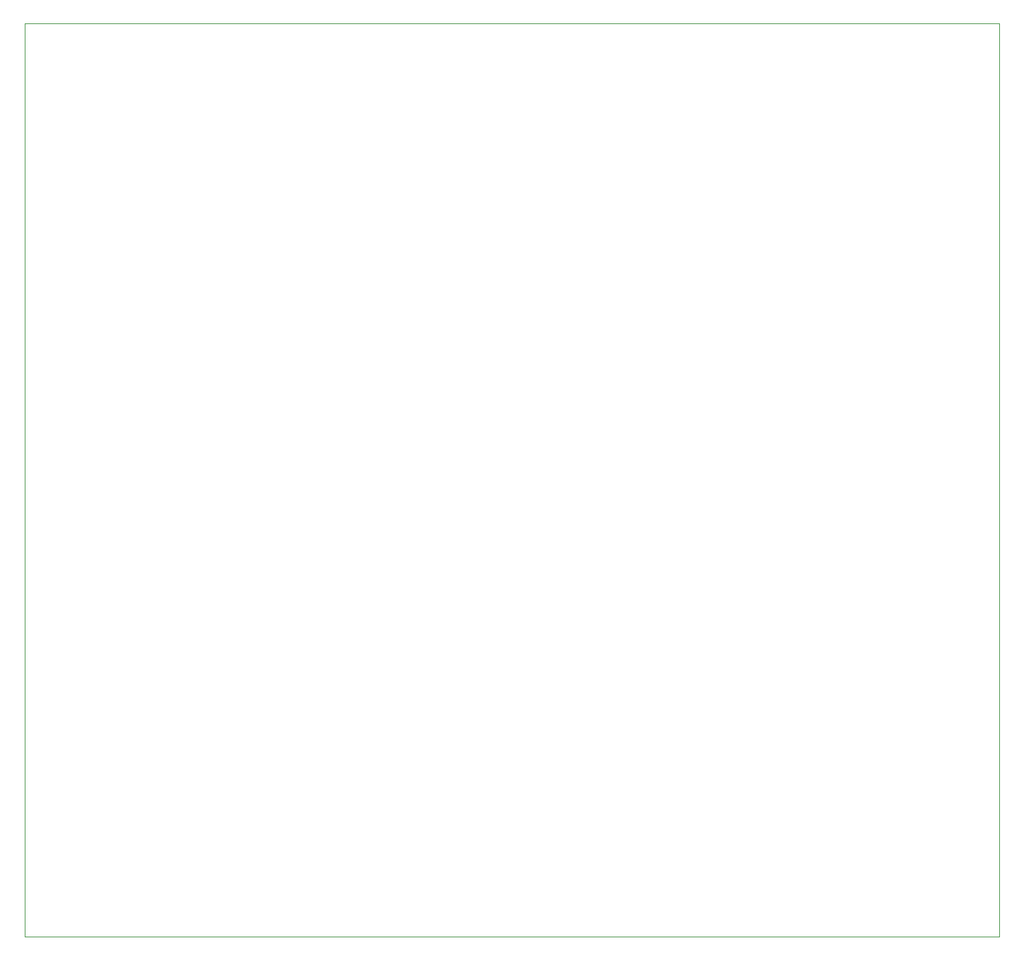
<source format=gbr>
%TF.GenerationSoftware,KiCad,Pcbnew,8.0.0*%
%TF.CreationDate,2024-10-25T13:51:21-05:00*%
%TF.ProjectId,ThorPBC2.0,54686f72-5042-4433-922e-302e6b696361,rev?*%
%TF.SameCoordinates,Original*%
%TF.FileFunction,Profile,NP*%
%FSLAX46Y46*%
G04 Gerber Fmt 4.6, Leading zero omitted, Abs format (unit mm)*
G04 Created by KiCad (PCBNEW 8.0.0) date 2024-10-25 13:51:21*
%MOMM*%
%LPD*%
G01*
G04 APERTURE LIST*
%TA.AperFunction,Profile*%
%ADD10C,0.050000*%
%TD*%
G04 APERTURE END LIST*
D10*
X51000000Y-60500000D02*
X171000000Y-60500000D01*
X171000000Y-173000000D01*
X51000000Y-173000000D01*
X51000000Y-60500000D01*
M02*

</source>
